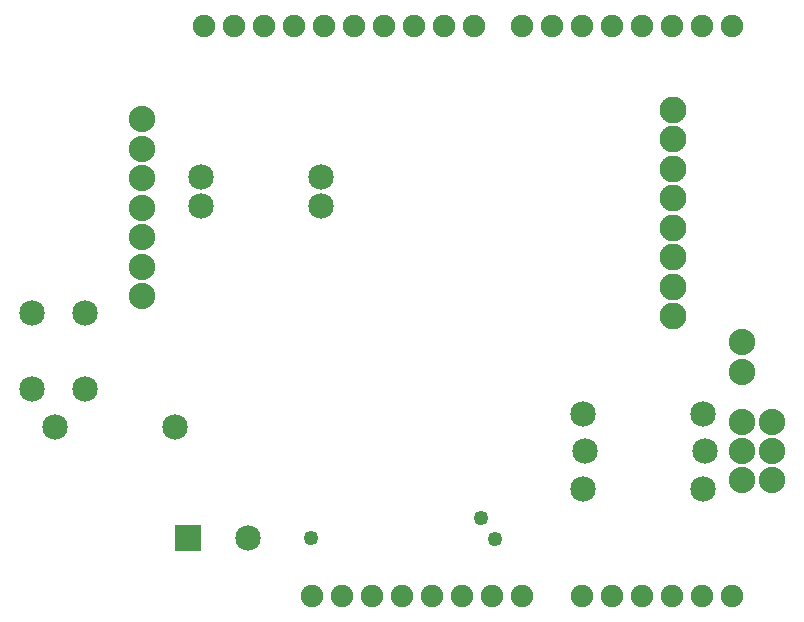
<source format=gts>
G04 MADE WITH FRITZING*
G04 WWW.FRITZING.ORG*
G04 DOUBLE SIDED*
G04 HOLES PLATED*
G04 CONTOUR ON CENTER OF CONTOUR VECTOR*
%ASAXBY*%
%FSLAX23Y23*%
%MOIN*%
%OFA0B0*%
%SFA1.0B1.0*%
%ADD10C,0.088000*%
%ADD11C,0.085000*%
%ADD12C,0.089370*%
%ADD13C,0.075278*%
%ADD14C,0.049370*%
%ADD15R,0.085000X0.085000*%
%LNMASK1*%
G90*
G70*
G54D10*
X537Y1689D03*
X537Y1591D03*
X537Y1492D03*
X537Y1394D03*
X537Y1296D03*
X537Y1197D03*
X537Y1099D03*
G54D11*
X171Y788D03*
X171Y1044D03*
X348Y788D03*
X348Y1044D03*
X249Y662D03*
X649Y662D03*
X735Y1398D03*
X1135Y1398D03*
X691Y292D03*
X891Y292D03*
X2413Y583D03*
X2013Y583D03*
X736Y1496D03*
X1136Y1496D03*
X2409Y457D03*
X2009Y457D03*
X2409Y705D03*
X2009Y705D03*
G54D12*
X2309Y1721D03*
X2309Y1622D03*
X2309Y1524D03*
X2309Y1425D03*
X2309Y1327D03*
X2309Y1229D03*
X2309Y1130D03*
X2309Y1032D03*
G54D13*
X2103Y100D03*
X2203Y100D03*
X2303Y100D03*
X2403Y100D03*
X2503Y100D03*
X1643Y2000D03*
X1543Y2000D03*
X1443Y2000D03*
X1343Y2000D03*
X1243Y2000D03*
X1143Y2000D03*
X1043Y2000D03*
X943Y2000D03*
X843Y2000D03*
X743Y2000D03*
X2503Y2000D03*
X2403Y2000D03*
X2303Y2000D03*
X2203Y2000D03*
X2103Y2000D03*
X2003Y2000D03*
X1903Y2000D03*
X1803Y2000D03*
X1203Y100D03*
X1103Y100D03*
X1303Y100D03*
X1403Y100D03*
X1503Y100D03*
X1603Y100D03*
X1703Y100D03*
X1803Y100D03*
X2003Y100D03*
G54D14*
X1668Y361D03*
X1716Y289D03*
X1102Y293D03*
G54D10*
X2639Y681D03*
X2639Y583D03*
X2639Y485D03*
X2537Y681D03*
X2537Y583D03*
X2537Y485D03*
X2537Y945D03*
X2537Y847D03*
G54D15*
X691Y292D03*
G04 End of Mask1*
M02*
</source>
